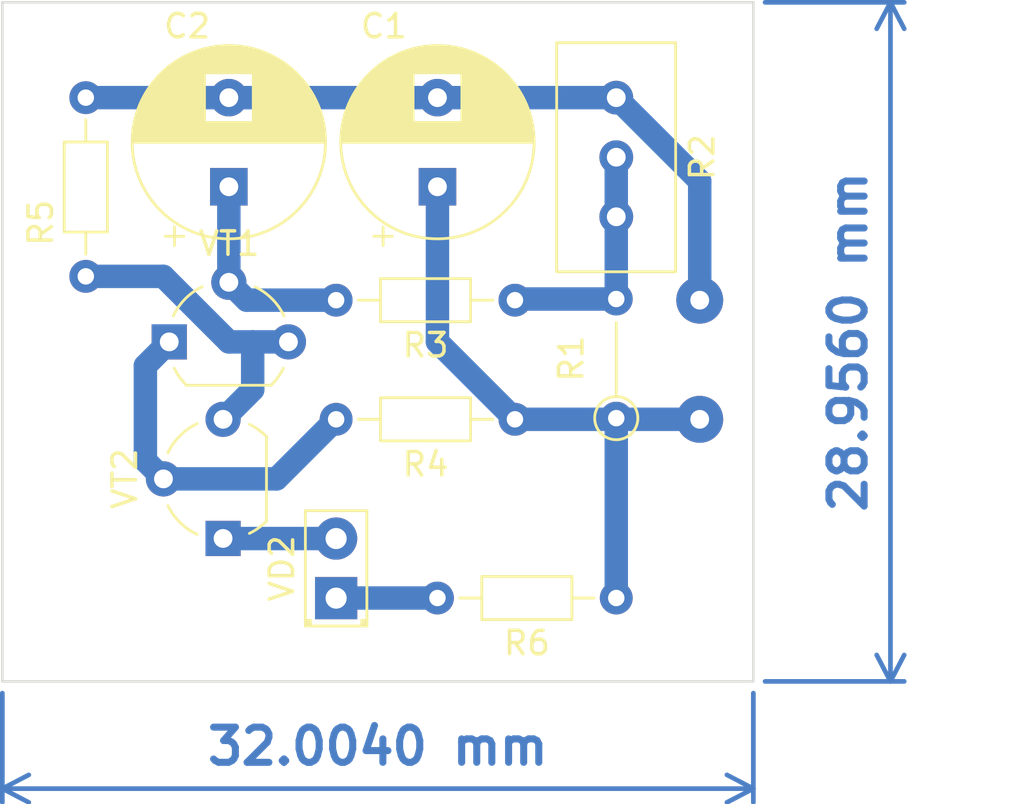
<source format=kicad_pcb>
(kicad_pcb (version 20221018) (generator pcbnew)
  (layers (0 "F.Cu" signal) (31 "B.Cu" signal) (34 "B.Paste" user) (35 "F.Paste" user) (36 "B.SilkS" user "B.Silkscreen") (37 "F.SilkS" user "F.Silkscreen") (38 "B.Mask" user) (39 "F.Mask" user) (44 "Edge.Cuts" user))
  (net 0 "")
  (net 1 "GND")
  (net 2 "+12V")
  (net 3 "Net-(VT1-B)")
  (net 4 "Net-(R1-Pad2)")
  (net 5 "Net-(VT1-C)")
  (net 6 "Net-(VT1-E)")
  (net 7 "Net-(VD2-K)")
  (net 8 "Net-(VD2-A)")
  (footprint "Resistor_THT:R_Axial_DIN0204_L3.6mm_D1.6mm_P7.62mm_Horizontal" (layer "F.Cu") (at 75.946 38.608 180)
    (fp_text reference "R6" (at 3.81 -1.92) (layer "F.SilkS"))
    (fp_text value "33")
    (fp_line (start 0.94 0) (end 1.89 0) (stroke (width 0.12)) (layer "F.SilkS"))
    (fp_line (start 1.89 -0.92) (end 1.89 0.92) (stroke (width 0.12)) (layer "F.SilkS"))
    (fp_line (start 1.89 0.92) (end 5.73 0.92) (stroke (width 0.12)) (layer "F.SilkS"))
    (fp_line (start 5.73 -0.92) (end 1.89 -0.92) (stroke (width 0.12)) (layer "F.SilkS"))
    (fp_line (start 5.73 0.92) (end 5.73 -0.92) (stroke (width 0.12)) (layer "F.SilkS"))
    (fp_line (start 6.68 0) (end 5.73 0) (stroke (width 0.12)) (layer "F.SilkS"))
    (pad "1" thru_hole circle (at 0 0 180) (size 1.4 1.4) (drill 0.7) (layers "*.Cu" "*.Mask") (net 2 "+12V"))
    (pad "2" thru_hole oval (at 7.62 0 180) (size 1.4 1.4) (drill 0.7) (layers "*.Cu" "*.Mask") (net 7 "Net-(VD2-K)"))
  )
  (footprint "Package_TO_SOT_THT:TO-92_Wide" (layer "F.Cu") (at 59.19 36.068 90)
    (fp_text reference "VT2" (at 2.55 -4.19 90) (layer "F.SilkS"))
    (fp_text value "BC549")
    (fp_line (start 0.74 1.85) (end 4.34 1.85) (stroke (width 0.12)) (layer "F.SilkS"))
    (fp_arc (start 0.172801 -1.103842) (mid 0.678995 -1.832692) (end 1.4 -2.35) (stroke (width 0.12)) (layer "F.SilkS"))
    (fp_arc (start 0.74 1.85) (mid 0.446097 1.509328) (end 0.215816 1.122795) (stroke (width 0.12)) (layer "F.SilkS"))
    (fp_arc (start 3.65 -2.35) (mid 4.382279 -1.833196) (end 4.895458 -1.098371) (stroke (width 0.12)) (layer "F.SilkS"))
    (fp_arc (start 4.864184 1.122795) (mid 4.633903 1.509328) (end 4.34 1.85) (stroke (width 0.12)) (layer "F.SilkS"))
    (pad "1" thru_hole rect (at 0 0 90) (size 1.5 1.5) (drill 0.8) (layers "*.Cu" "*.Mask") (net 8 "Net-(VD2-A)"))
    (pad "2" thru_hole circle (at 2.54 -2.54 90) (size 1.5 1.5) (drill 0.8) (layers "*.Cu" "*.Mask") (net 5 "Net-(VT1-C)"))
    (pad "3" thru_hole circle (at 5.08 0 90) (size 1.5 1.5) (drill 0.8) (layers "*.Cu" "*.Mask") (net 6 "Net-(VT1-E)"))
  )
  (footprint "Capacitor_THT:CP_Radial_D8.0mm_P3.80mm" (layer "F.Cu") (at 68.326 21.072 90)
    (fp_text reference "C1" (at 6.848 -2.286 180) (layer "F.SilkS"))
    (fp_text value "10u")
    (fp_line (start -2.509698 -2.315) (end -1.709698 -2.315) (stroke (width 0.12)) (layer "F.SilkS"))
    (fp_line (start -2.109698 -2.715) (end -2.109698 -1.915) (stroke (width 0.12)) (layer "F.SilkS"))
    (fp_line (start 1.9 -4.08) (end 1.9 4.08) (stroke (width 0.12)) (layer "F.SilkS"))
    (fp_line (start 1.94 -4.08) (end 1.94 4.08) (stroke (width 0.12)) (layer "F.SilkS"))
    (fp_line (start 1.98 -4.08) (end 1.98 4.08) (stroke (width 0.12)) (layer "F.SilkS"))
    (fp_line (start 2.02 -4.079) (end 2.02 4.079) (stroke (width 0.12)) (layer "F.SilkS"))
    (fp_line (start 2.06 -4.077) (end 2.06 4.077) (stroke (width 0.12)) (layer "F.SilkS"))
    (fp_line (start 2.1 -4.076) (end 2.1 4.076) (stroke (width 0.12)) (layer "F.SilkS"))
    (fp_line (start 2.14 -4.074) (end 2.14 4.074) (stroke (width 0.12)) (layer "F.SilkS"))
    (fp_line (start 2.18 -4.071) (end 2.18 4.071) (stroke (width 0.12)) (layer "F.SilkS"))
    (fp_line (start 2.22 -4.068) (end 2.22 4.068) (stroke (width 0.12)) (layer "F.SilkS"))
    (fp_line (start 2.26 -4.065) (end 2.26 4.065) (stroke (width 0.12)) (layer "F.SilkS"))
    (fp_line (start 2.3 -4.061) (end 2.3 4.061) (stroke (width 0.12)) (layer "F.SilkS"))
    (fp_line (start 2.34 -4.057) (end 2.34 4.057) (stroke (width 0.12)) (layer "F.SilkS"))
    (fp_line (start 2.38 -4.052) (end 2.38 4.052) (stroke (width 0.12)) (layer "F.SilkS"))
    (fp_line (start 2.42 -4.048) (end 2.42 4.048) (stroke (width 0.12)) (layer "F.SilkS"))
    (fp_line (start 2.46 -4.042) (end 2.46 4.042) (stroke (width 0.12)) (layer "F.SilkS"))
    (fp_line (start 2.5 -4.037) (end 2.5 4.037) (stroke (width 0.12)) (layer "F.SilkS"))
    (fp_line (start 2.54 -4.03) (end 2.54 4.03) (stroke (width 0.12)) (layer "F.SilkS"))
    (fp_line (start 2.58 -4.024) (end 2.58 4.024) (stroke (width 0.12)) (layer "F.SilkS"))
    (fp_line (start 2.621 -4.017) (end 2.621 4.017) (stroke (width 0.12)) (layer "F.SilkS"))
    (fp_line (start 2.661 -4.01) (end 2.661 4.01) (stroke (width 0.12)) (layer "F.SilkS"))
    (fp_line (start 2.701 -4.002) (end 2.701 4.002) (stroke (width 0.12)) (layer "F.SilkS"))
    (fp_line (start 2.741 -3.994) (end 2.741 3.994) (stroke (width 0.12)) (layer "F.SilkS"))
    (fp_line (start 2.781 -3.985) (end 2.781 -1.04) (stroke (width 0.12)) (layer "F.SilkS"))
    (fp_line (start 2.781 1.04) (end 2.781 3.985) (stroke (width 0.12)) (layer "F.SilkS"))
    (fp_line (start 2.821 -3.976) (end 2.821 -1.04) (stroke (width 0.12)) (layer "F.SilkS"))
    (fp_line (start 2.821 1.04) (end 2.821 3.976) (stroke (width 0.12)) (layer "F.SilkS"))
    (fp_line (start 2.861 -3.967) (end 2.861 -1.04) (stroke (width 0.12)) (layer "F.SilkS"))
    (fp_line (start 2.861 1.04) (end 2.861 3.967) (stroke (width 0.12)) (layer "F.SilkS"))
    (fp_line (start 2.901 -3.957) (end 2.901 -1.04) (stroke (width 0.12)) (layer "F.SilkS"))
    (fp_line (start 2.901 1.04) (end 2.901 3.957) (stroke (width 0.12)) (layer "F.SilkS"))
    (fp_line (start 2.941 -3.947) (end 2.941 -1.04) (stroke (width 0.12)) (layer "F.SilkS"))
    (fp_line (start 2.941 1.04) (end 2.941 3.947) (stroke (width 0.12)) (layer "F.SilkS"))
    (fp_line (start 2.981 -3.936) (end 2.981 -1.04) (stroke (width 0.12)) (layer "F.SilkS"))
    (fp_line (start 2.981 1.04) (end 2.981 3.936) (stroke (width 0.12)) (layer "F.SilkS"))
    (fp_line (start 3.021 -3.925) (end 3.021 -1.04) (stroke (width 0.12)) (layer "F.SilkS"))
    (fp_line (start 3.021 1.04) (end 3.021 3.925) (stroke (width 0.12)) (layer "F.SilkS"))
    (fp_line (start 3.061 -3.914) (end 3.061 -1.04) (stroke (width 0.12)) (layer "F.SilkS"))
    (fp_line (start 3.061 1.04) (end 3.061 3.914) (stroke (width 0.12)) (layer "F.SilkS"))
    (fp_line (start 3.101 -3.902) (end 3.101 -1.04) (stroke (width 0.12)) (layer "F.SilkS"))
    (fp_line (start 3.101 1.04) (end 3.101 3.902) (stroke (width 0.12)) (layer "F.SilkS"))
    (fp_line (start 3.141 -3.889) (end 3.141 -1.04) (stroke (width 0.12)) (layer "F.SilkS"))
    (fp_line (start 3.141 1.04) (end 3.141 3.889) (stroke (width 0.12)) (layer "F.SilkS"))
    (fp_line (start 3.181 -3.877) (end 3.181 -1.04) (stroke (width 0.12)) (layer "F.SilkS"))
    (fp_line (start 3.181 1.04) (end 3.181 3.877) (stroke (width 0.12)) (layer "F.SilkS"))
    (fp_line (start 3.221 -3.863) (end 3.221 -1.04) (stroke (width 0.12)) (layer "F.SilkS"))
    (fp_line (start 3.221 1.04) (end 3.221 3.863) (stroke (width 0.12)) (layer "F.SilkS"))
    (fp_line (start 3.261 -3.85) (end 3.261 -1.04) (stroke (width 0.12)) (layer "F.SilkS"))
    (fp_line (start 3.261 1.04) (end 3.261 3.85) (stroke (width 0.12)) (layer "F.SilkS"))
    (fp_line (start 3.301 -3.835) (end 3.301 -1.04) (stroke (width 0.12)) (layer "F.SilkS"))
    (fp_line (start 3.301 1.04) (end 3.301 3.835) (stroke (width 0.12)) (layer "F.SilkS"))
    (fp_line (start 3.341 -3.821) (end 3.341 -1.04) (stroke (width 0.12)) (layer "F.SilkS"))
    (fp_line (start 3.341 1.04) (end 3.341 3.821) (stroke (width 0.12)) (layer "F.SilkS"))
    (fp_line (start 3.381 -3.805) (end 3.381 -1.04) (stroke (width 0.12)) (layer "F.SilkS"))
    (fp_line (start 3.381 1.04) (end 3.381 3.805) (stroke (width 0.12)) (layer "F.SilkS"))
    (fp_line (start 3.421 -3.79) (end 3.421 -1.04) (stroke (width 0.12)) (layer "F.SilkS"))
    (fp_line (start 3.421 1.04) (end 3.421 3.79) (stroke (width 0.12)) (layer "F.SilkS"))
    (fp_line (start 3.461 -3.774) (end 3.461 -1.04) (stroke (width 0.12)) (layer "F.SilkS"))
    (fp_line (start 3.461 1.04) (end 3.461 3.774) (stroke (width 0.12)) (layer "F.SilkS"))
    (fp_line (start 3.501 -3.757) (end 3.501 -1.04) (stroke (width 0.12)) (layer "F.SilkS"))
    (fp_line (start 3.501 1.04) (end 3.501 3.757) (stroke (width 0.12)) (layer "F.SilkS"))
    (fp_line (start 3.541 -3.74) (end 3.541 -1.04) (stroke (width 0.12)) (layer "F.SilkS"))
    (fp_line (start 3.541 1.04) (end 3.541 3.74) (stroke (width 0.12)) (layer "F.SilkS"))
    (fp_line (start 3.581 -3.722) (end 3.581 -1.04) (stroke (width 0.12)) (layer "F.SilkS"))
    (fp_line (start 3.581 1.04) (end 3.581 3.722) (stroke (width 0.12)) (layer "F.SilkS"))
    (fp_line (start 3.621 -3.704) (end 3.621 -1.04) (stroke (width 0.12)) (layer "F.SilkS"))
    (fp_line (start 3.621 1.04) (end 3.621 3.704) (stroke (width 0.12)) (layer "F.SilkS"))
    (fp_line (start 3.661 -3.686) (end 3.661 -1.04) (stroke (width 0.12)) (layer "F.SilkS"))
    (fp_line (start 3.661 1.04) (end 3.661 3.686) (stroke (width 0.12)) (layer "F.SilkS"))
    (fp_line (start 3.701 -3.666) (end 3.701 -1.04) (stroke (width 0.12)) (layer "F.SilkS"))
    (fp_line (start 3.701 1.04) (end 3.701 3.666) (stroke (width 0.12)) (layer "F.SilkS"))
    (fp_line (start 3.741 -3.647) (end 3.741 -1.04) (stroke (width 0.12)) (layer "F.SilkS"))
    (fp_line (start 3.741 1.04) (end 3.741 3.647) (stroke (width 0.12)) (layer "F.SilkS"))
    (fp_line (start 3.781 -3.627) (end 3.781 -1.04) (stroke (width 0.12)) (layer "F.SilkS"))
    (fp_line (start 3.781 1.04) (end 3.781 3.627) (stroke (width 0.12)) (layer "F.SilkS"))
    (fp_line (start 3.821 -3.606) (end 3.821 -1.04) (stroke (width 0.12)) (layer "F.SilkS"))
    (fp_line (start 3.821 1.04) (end 3.821 3.606) (stroke (width 0.12)) (layer "F.SilkS"))
    (fp_line (start 3.861 -3.584) (end 3.861 -1.04) (stroke (width 0.12)) (layer "F.SilkS"))
    (fp_line (start 3.861 1.04) (end 3.861 3.584) (stroke (width 0.12)) (layer "F.SilkS"))
    (fp_line (start 3.901 -3.562) (end 3.901 -1.04) (stroke (width 0.12)) (layer "F.SilkS"))
    (fp_line (start 3.901 1.04) (end 3.901 3.562) (stroke (width 0.12)) (layer "F.SilkS"))
    (fp_line (start 3.941 -3.54) (end 3.941 -1.04) (stroke (width 0.12)) (layer "F.SilkS"))
    (fp_line (start 3.941 1.04) (end 3.941 3.54) (stroke (width 0.12)) (layer "F.SilkS"))
    (fp_line (start 3.981 -3.517) (end 3.981 -1.04) (stroke (width 0.12)) (layer "F.SilkS"))
    (fp_line (start 3.981 1.04) (end 3.981 3.517) (stroke (width 0.12)) (layer "F.SilkS"))
    (fp_line (start 4.021 -3.493) (end 4.021 -1.04) (stroke (width 0.12)) (layer "F.SilkS"))
    (fp_line (start 4.021 1.04) (end 4.021 3.493) (stroke (width 0.12)) (layer "F.SilkS"))
    (fp_line (start 4.061 -3.469) (end 4.061 -1.04) (stroke (width 0.12)) (layer "F.SilkS"))
    (fp_line (start 4.061 1.04) (end 4.061 3.469) (stroke (width 0.12)) (layer "F.SilkS"))
    (fp_line (start 4.101 -3.444) (end 4.101 -1.04) (stroke (width 0.12)) (layer "F.SilkS"))
    (fp_line (start 4.101 1.04) (end 4.101 3.444) (stroke (width 0.12)) (layer "F.SilkS"))
    (fp_line (start 4.141 -3.418) (end 4.141 -1.04) (stroke (width 0.12)) (layer "F.SilkS"))
    (fp_line (start 4.141 1.04) (end 4.141 3.418) (stroke (width 0.12)) (layer "F.SilkS"))
    (fp_line (start 4.181 -3.392) (end 4.181 -1.04) (stroke (width 0.12)) (layer "F.SilkS"))
    (fp_line (start 4.181 1.04) (end 4.181 3.392) (stroke (width 0.12)) (layer "F.SilkS"))
    (fp_line (start 4.221 -3.365) (end 4.221 -1.04) (stroke (width 0.12)) (layer "F.SilkS"))
    (fp_line (start 4.221 1.04) (end 4.221 3.365) (stroke (width 0.12)) (layer "F.SilkS"))
    (fp_line (start 4.261 -3.338) (end 4.261 -1.04) (stroke (width 0.12)) (layer "F.SilkS"))
    (fp_line (start 4.261 1.04) (end 4.261 3.338) (stroke (width 0.12)) (layer "F.SilkS"))
    (fp_line (start 4.301 -3.309) (end 4.301 -1.04) (stroke (width 0.12)) (layer "F.SilkS"))
    (fp_line (start 4.301 1.04) (end 4.301 3.309) (stroke (width 0.12)) (layer "F.SilkS"))
    (fp_line (start 4.341 -3.28) (end 4.341 -1.04) (stroke (width 0.12)) (layer "F.SilkS"))
    (fp_line (start 4.341 1.04) (end 4.341 3.28) (stroke (width 0.12)) (layer "F.SilkS"))
    (fp_line (start 4.381 -3.25) (end 4.381 -1.04) (stroke (width 0.12)) (layer "F.SilkS"))
    (fp_line (start 4.381 1.04) (end 4.381 3.25) (stroke (width 0.12)) (layer "F.SilkS"))
    (fp_line (start 4.421 -3.22) (end 4.421 -1.04) (stroke (width 0.12)) (layer "F.SilkS"))
    (fp_line (start 4.421 1.04) (end 4.421 3.22) (stroke (width 0.12)) (layer "F.SilkS"))
    (fp_line (start 4.461 -3.189) (end 4.461 -1.04) (stroke (width 0.12)) (layer "F.SilkS"))
    (fp_line (start 4.461 1.04) (end 4.461 3.189) (stroke (width 0.12)) (layer "F.SilkS"))
    (fp_line (start 4.501 -3.156) (end 4.501 -1.04) (stroke (width 0.12)) (layer "F.SilkS"))
    (fp_line (start 4.501 1.04) (end 4.501 3.156) (stroke (width 0.12)) (layer "F.SilkS"))
    (fp_line (start 4.541 -3.124) (end 4.541 -1.04) (stroke (width 0.12)) (layer "F.SilkS"))
    (fp_line (start 4.541 1.04) (end 4.541 3.124) (stroke (width 0.12)) (layer "F.SilkS"))
    (fp_line (start 4.581 -3.09) (end 4.581 -1.04) (stroke (width 0.12)) (layer "F.SilkS"))
    (fp_line (start 4.581 1.04) (end 4.581 3.09) (stroke (width 0.12)) (layer "F.SilkS"))
    (fp_line (start 4.621 -3.055) (end 4.621 -1.04) (stroke (width 0.12)) (layer "F.SilkS"))
    (fp_line (start 4.621 1.04) (end 4.621 3.055) (stroke (width 0.12)) (layer "F.SilkS"))
    (fp_line (start 4.661 -3.019) (end 4.661 -1.04) (stroke (width 0.12)) (layer "F.SilkS"))
    (fp_line (start 4.661 1.04) (end 4.661 3.019) (stroke (width 0.12)) (layer "F.SilkS"))
    (fp_line (start 4.701 -2.983) (end 4.701 -1.04) (stroke (width 0.12)) (layer "F.SilkS"))
    (fp_line (start 4.701 1.04) (end 4.701 2.983) (stroke (width 0.12)) (layer "F.SilkS"))
    (fp_line (start 4.741 -2.945) (end 4.741 -1.04) (stroke (width 0.12)) (layer "F.SilkS"))
    (fp_line (start 4.741 1.04) (end 4.741 2.945) (stroke (width 0.12)) (layer "F.SilkS"))
    (fp_line (start 4.781 -2.907) (end 4.781 -1.04) (stroke (width 0.12)) (layer "F.SilkS"))
    (fp_line (start 4.781 1.04) (end 4.781 2.907) (stroke (width 0.12)) (layer "F.SilkS"))
    (fp_line (start 4.821 -2.867) (end 4.821 -1.04) (stroke (width 0.12)) (layer "F.SilkS"))
    (fp_line (start 4.821 1.04) (end 4.821 2.867) (stroke (width 0.12)) (layer "F.SilkS"))
    (fp_line (start 4.861 -2.826) (end 4.861 2.826) (stroke (width 0.12)) (layer "F.SilkS"))
    (fp_line (start 4.901 -2.784) (end 4.901 2.784) (stroke (width 0.12)) (layer "F.SilkS"))
    (fp_line (start 4.941 -2.741) (end 4.941 2.741) (stroke (width 0.12)) (layer "F.SilkS"))
    (fp_line (start 4.981 -2.697) (end 4.981 2.697) (stroke (width 0.12)) (layer "F.SilkS"))
    (fp_line (start 5.021 -2.651) (end 5.021 2.651) (stroke (width 0.12)) (layer "F.SilkS"))
    (fp_line (start 5.061 -2.604) (end 5.061 2.604) (stroke (width 0.12)) (layer "F.SilkS"))
    (fp_line (start 5.101 -2.556) (end 5.101 2.556) (stroke (width 0.12)) (layer "F.SilkS"))
    (fp_line (start 5.141 -2.505) (end 5.141 2.505) (stroke (width 0.12)) (layer "F.SilkS"))
    (fp_line (start 5.181 -2.454) (end 5.181 2.454) (stroke (width 0.12)) (layer "F.SilkS"))
    (fp_line (start 5.221 -2.4) (end 5.221 2.4) (stroke (width 0.12)) (layer "F.SilkS"))
    (fp_line (start 5.261 -2.345) (end 5.261 2.345) (stroke (width 0.12)) (layer "F.SilkS"))
    (fp_line (start 5.301 -2.287) (end 5.301 2.287) (stroke (width 0.12)) (layer "F.SilkS"))
    (fp_line (start 5.341 -2.228) (end 5.341 2.228) (stroke (width 0.12)) (layer "F.SilkS"))
    (fp_line (start 5.381 -2.166) (end 5.381 2.166) (stroke (width 0.12)) (layer "F.SilkS"))
    (fp_line (start 5.421 -2.102) (end 5.421 2.102) (stroke (width 0.12)) (layer "F.SilkS"))
    (fp_line (start 5.461 -2.034) (end 5.461 2.034) (stroke (width 0.12)) (layer "F.SilkS"))
    (fp_line (start 5.501 -1.964) (end 5.501 1.964) (stroke (width 0.12)) (layer "F.SilkS"))
    (fp_line (start 5.541 -1.89) (end 5.541 1.89) (stroke (width 0.12)) (layer "F.SilkS"))
    (fp_line (start 5.581 -1.813) (end 5.581 1.813) (stroke (width 0.12)) (layer "F.SilkS"))
    (fp_line (start 5.621 -1.731) (end 5.621 1.731) (stroke (width 0.12)) (layer "F.SilkS"))
    (fp_line (start 5.661 -1.645) (end 5.661 1.645) (stroke (width 0.12)) (layer "F.SilkS"))
    (fp_line (start 5.701 -1.552) (end 5.701 1.552) (stroke (width 0.12)) (layer "F.SilkS"))
    (fp_line (start 5.741 -1.453) (end 5.741 1.453) (stroke (width 0.12)) (layer "F.SilkS"))
    (fp_line (start 5.781 -1.346) (end 5.781 1.346) (stroke (width 0.12)) (layer "F.SilkS"))
    (fp_line (start 5.821 -1.229) (end 5.821 1.229) (stroke (width 0.12)) (layer "F.SilkS"))
    (fp_line (start 5.861 -1.098) (end 5.861 1.098) (stroke (width 0.12)) (layer "F.SilkS"))
    (fp_line (start 5.901 -0.948) (end 5.901 0.948) (stroke (width 0.12)) (layer "F.SilkS"))
    (fp_line (start 5.941 -0.768) (end 5.941 0.768) (stroke (width 0.12)) (layer "F.SilkS"))
    (fp_line (start 5.981 -0.533) (end 5.981 0.533) (stroke (width 0.12)) (layer "F.SilkS"))
    (fp_circle (center 1.9 0) (end 6.02 0) (stroke (width 0.12)) (fill none) (layer "F.SilkS"))
    (pad "1" thru_hole rect (at 0 0 90) (size 1.6 1.6) (drill 0.8) (layers "*.Cu" "*.Mask") (net 2 "+12V"))
    (pad "2" thru_hole circle (at 3.8 0 90) (size 1.6 1.6) (drill 0.8) (layers "*.Cu" "*.Mask") (net 1 "GND"))
  )
  (footprint "Resistor_THT:R_Axial_DIN0204_L3.6mm_D1.6mm_P7.62mm_Horizontal" (layer "F.Cu") (at 71.628 30.988 180)
    (fp_text reference "R4" (at 3.81 -1.92) (layer "F.SilkS"))
    (fp_text value "3,3k")
    (fp_line (start 0.94 0) (end 1.89 0) (stroke (width 0.12)) (layer "F.SilkS"))
    (fp_line (start 1.89 -0.92) (end 1.89 0.92) (stroke (width 0.12)) (layer "F.SilkS"))
    (fp_line (start 1.89 0.92) (end 5.73 0.92) (stroke (width 0.12)) (layer "F.SilkS"))
    (fp_line (start 5.73 -0.92) (end 1.89 -0.92) (stroke (width 0.12)) (layer "F.SilkS"))
    (fp_line (start 5.73 0.92) (end 5.73 -0.92) (stroke (width 0.12)) (layer "F.SilkS"))
    (fp_line (start 6.68 0) (end 5.73 0) (stroke (width 0.12)) (layer "F.SilkS"))
    (pad "1" thru_hole circle (at 0 0 180) (size 1.4 1.4) (drill 0.7) (layers "*.Cu" "*.Mask") (net 2 "+12V"))
    (pad "2" thru_hole oval (at 7.62 0 180) (size 1.4 1.4) (drill 0.7) (layers "*.Cu" "*.Mask") (net 5 "Net-(VT1-C)"))
  )
  (footprint "Resistor_THT:R_Axial_DIN0204_L3.6mm_D1.6mm_P7.62mm_Horizontal" (layer "F.Cu") (at 71.628 25.908 180)
    (fp_text reference "R3" (at 3.81 -1.92) (layer "F.SilkS"))
    (fp_text value "4,7k")
    (fp_line (start 0.94 0) (end 1.89 0) (stroke (width 0.12)) (layer "F.SilkS"))
    (fp_line (start 1.89 -0.92) (end 1.89 0.92) (stroke (width 0.12)) (layer "F.SilkS"))
    (fp_line (start 1.89 0.92) (end 5.73 0.92) (stroke (width 0.12)) (layer "F.SilkS"))
    (fp_line (start 5.73 -0.92) (end 1.89 -0.92) (stroke (width 0.12)) (layer "F.SilkS"))
    (fp_line (start 5.73 0.92) (end 5.73 -0.92) (stroke (width 0.12)) (layer "F.SilkS"))
    (fp_line (start 6.68 0) (end 5.73 0) (stroke (width 0.12)) (layer "F.SilkS"))
    (pad "1" thru_hole circle (at 0 0 180) (size 1.4 1.4) (drill 0.7) (layers "*.Cu" "*.Mask") (net 4 "Net-(R1-Pad2)"))
    (pad "2" thru_hole oval (at 7.62 0 180) (size 1.4 1.4) (drill 0.7) (layers "*.Cu" "*.Mask") (net 3 "Net-(VT1-B)"))
  )
  (footprint "Capacitor_THT:CP_Radial_D8.0mm_P3.80mm" (layer "F.Cu") (at 59.436 21.072 90)
    (fp_text reference "C2" (at 6.848 -1.778 180) (layer "F.SilkS"))
    (fp_text value "10u")
    (fp_line (start -2.509698 -2.315) (end -1.709698 -2.315) (stroke (width 0.12)) (layer "F.SilkS"))
    (fp_line (start -2.109698 -2.715) (end -2.109698 -1.915) (stroke (width 0.12)) (layer "F.SilkS"))
    (fp_line (start 1.9 -4.08) (end 1.9 4.08) (stroke (width 0.12)) (layer "F.SilkS"))
    (fp_line (start 1.94 -4.08) (end 1.94 4.08) (stroke (width 0.12)) (layer "F.SilkS"))
    (fp_line (start 1.98 -4.08) (end 1.98 4.08) (stroke (width 0.12)) (layer "F.SilkS"))
    (fp_line (start 2.02 -4.079) (end 2.02 4.079) (stroke (width 0.12)) (layer "F.SilkS"))
    (fp_line (start 2.06 -4.077) (end 2.06 4.077) (stroke (width 0.12)) (layer "F.SilkS"))
    (fp_line (start 2.1 -4.076) (end 2.1 4.076) (stroke (width 0.12)) (layer "F.SilkS"))
    (fp_line (start 2.14 -4.074) (end 2.14 4.074) (stroke (width 0.12)) (layer "F.SilkS"))
    (fp_line (start 2.18 -4.071) (end 2.18 4.071) (stroke (width 0.12)) (layer "F.SilkS"))
    (fp_line (start 2.22 -4.068) (end 2.22 4.068) (stroke (width 0.12)) (layer "F.SilkS"))
    (fp_line (start 2.26 -4.065) (end 2.26 4.065) (stroke (width 0.12)) (layer "F.SilkS"))
    (fp_line (start 2.3 -4.061) (end 2.3 4.061) (stroke (width 0.12)) (layer "F.SilkS"))
    (fp_line (start 2.34 -4.057) (end 2.34 4.057) (stroke (width 0.12)) (layer "F.SilkS"))
    (fp_line (start 2.38 -4.052) (end 2.38 4.052) (stroke (width 0.12)) (layer "F.SilkS"))
    (fp_line (start 2.42 -4.048) (end 2.42 4.048) (stroke (width 0.12)) (layer "F.SilkS"))
    (fp_line (start 2.46 -4.042) (end 2.46 4.042) (stroke (width 0.12)) (layer "F.SilkS"))
    (fp_line (start 2.5 -4.037) (end 2.5 4.037) (stroke (width 0.12)) (layer "F.SilkS"))
    (fp_line (start 2.54 -4.03) (end 2.54 4.03) (stroke (width 0.12)) (layer "F.SilkS"))
    (fp_line (start 2.58 -4.024) (end 2.58 4.024) (stroke (width 0.12)) (layer "F.SilkS"))
    (fp_line (start 2.621 -4.017) (end 2.621 4.017) (stroke (width 0.12)) (layer "F.SilkS"))
    (fp_line (start 2.661 -4.01) (end 2.661 4.01) (stroke (width 0.12)) (layer "F.SilkS"))
    (fp_line (start 2.701 -4.002) (end 2.701 4.002) (stroke (width 0.12)) (layer "F.SilkS"))
    (fp_line (start 2.741 -3.994) (end 2.741 3.994) (stroke (width 0.12)) (layer "F.SilkS"))
    (fp_line (start 2.781 -3.985) (end 2.781 -1.04) (stroke (width 0.12)) (layer "F.SilkS"))
    (fp_line (start 2.781 1.04) (end 2.781 3.985) (stroke (width 0.12)) (layer "F.SilkS"))
    (fp_line (start 2.821 -3.976) (end 2.821 -1.04) (stroke (width 0.12)) (layer "F.SilkS"))
    (fp_line (start 2.821 1.04) (end 2.821 3.976) (stroke (width 0.12)) (layer "F.SilkS"))
    (fp_line (start 2.861 -3.967) (end 2.861 -1.04) (stroke (width 0.12)) (layer "F.SilkS"))
    (fp_line (start 2.861 1.04) (end 2.861 3.967) (stroke (width 0.12)) (layer "F.SilkS"))
    (fp_line (start 2.901 -3.957) (end 2.901 -1.04) (stroke (width 0.12)) (layer "F.SilkS"))
    (fp_line (start 2.901 1.04) (end 2.901 3.957) (stroke (width 0.12)) (layer "F.SilkS"))
    (fp_line (start 2.941 -3.947) (end 2.941 -1.04) (stroke (width 0.12)) (layer "F.SilkS"))
    (fp_line (start 2.941 1.04) (end 2.941 3.947) (stroke (width 0.12)) (layer "F.SilkS"))
    (fp_line (start 2.981 -3.936) (end 2.981 -1.04) (stroke (width 0.12)) (layer "F.SilkS"))
    (fp_line (start 2.981 1.04) (end 2.981 3.936) (stroke (width 0.12)) (layer "F.SilkS"))
    (fp_line (start 3.021 -3.925) (end 3.021 -1.04) (stroke (width 0.12)) (layer "F.SilkS"))
    (fp_line (start 3.021 1.04) (end 3.021 3.925) (stroke (width 0.12)) (layer "F.SilkS"))
    (fp_line (start 3.061 -3.914) (end 3.061 -1.04) (stroke (width 0.12)) (layer "F.SilkS"))
    (fp_line (start 3.061 1.04) (end 3.061 3.914) (stroke (width 0.12)) (layer "F.SilkS"))
    (fp_line (start 3.101 -3.902) (end 3.101 -1.04) (stroke (width 0.12)) (layer "F.SilkS"))
    (fp_line (start 3.101 1.04) (end 3.101 3.902) (stroke (width 0.12)) (layer "F.SilkS"))
    (fp_line (start 3.141 -3.889) (end 3.141 -1.04) (stroke (width 0.12)) (layer "F.SilkS"))
    (fp_line (start 3.141 1.04) (end 3.141 3.889) (stroke (width 0.12)) (layer "F.SilkS"))
    (fp_line (start 3.181 -3.877) (end 3.181 -1.04) (stroke (width 0.12)) (layer "F.SilkS"))
    (fp_line (start 3.181 1.04) (end 3.181 3.877) (stroke (width 0.12)) (layer "F.SilkS"))
    (fp_line (start 3.221 -3.863) (end 3.221 -1.04) (stroke (width 0.12)) (layer "F.SilkS"))
    (fp_line (start 3.221 1.04) (end 3.221 3.863) (stroke (width 0.12)) (layer "F.SilkS"))
    (fp_line (start 3.261 -3.85) (end 3.261 -1.04) (stroke (width 0.12)) (layer "F.SilkS"))
    (fp_line (start 3.261 1.04) (end 3.261 3.85) (stroke (width 0.12)) (layer "F.SilkS"))
    (fp_line (start 3.301 -3.835) (end 3.301 -1.04) (stroke (width 0.12)) (layer "F.SilkS"))
    (fp_line (start 3.301 1.04) (end 3.301 3.835) (stroke (width 0.12)) (layer "F.SilkS"))
    (fp_line (start 3.341 -3.821) (end 3.341 -1.04) (stroke (width 0.12)) (layer "F.SilkS"))
    (fp_line (start 3.341 1.04) (end 3.341 3.821) (stroke (width 0.12)) (layer "F.SilkS"))
    (fp_line (start 3.381 -3.805) (end 3.381 -1.04) (stroke (width 0.12)) (layer "F.SilkS"))
    (fp_line (start 3.381 1.04) (end 3.381 3.805) (stroke (width 0.12)) (layer "F.SilkS"))
    (fp_line (start 3.421 -3.79) (end 3.421 -1.04) (stroke (width 0.12)) (layer "F.SilkS"))
    (fp_line (start 3.421 1.04) (end 3.421 3.79) (stroke (width 0.12)) (layer "F.SilkS"))
    (fp_line (start 3.461 -3.774) (end 3.461 -1.04) (stroke (width 0.12)) (layer "F.SilkS"))
    (fp_line (start 3.461 1.04) (end 3.461 3.774) (stroke (width 0.12)) (layer "F.SilkS"))
    (fp_line (start 3.501 -3.757) (end 3.501 -1.04) (stroke (width 0.12)) (layer "F.SilkS"))
    (fp_line (start 3.501 1.04) (end 3.501 3.757) (stroke (width 0.12)) (layer "F.SilkS"))
    (fp_line (start 3.541 -3.74) (end 3.541 -1.04) (stroke (width 0.12)) (layer "F.SilkS"))
    (fp_line (start 3.541 1.04) (end 3.541 3.74) (stroke (width 0.12)) (layer "F.SilkS"))
    (fp_line (start 3.581 -3.722) (end 3.581 -1.04) (stroke (width 0.12)) (layer "F.SilkS"))
    (fp_line (start 3.581 1.04) (end 3.581 3.722) (stroke (width 0.12)) (layer "F.SilkS"))
    (fp_line (start 3.621 -3.704) (end 3.621 -1.04) (stroke (width 0.12)) (layer "F.SilkS"))
    (fp_line (start 3.621 1.04) (end 3.621 3.704) (stroke (width 0.12)) (layer "F.SilkS"))
    (fp_line (start 3.661 -3.686) (end 3.661 -1.04) (stroke (width 0.12)) (layer "F.SilkS"))
    (fp_line (start 3.661 1.04) (end 3.661 3.686) (stroke (width 0.12)) (layer "F.SilkS"))
    (fp_line (start 3.701 -3.666) (end 3.701 -1.04) (stroke (width 0.12)) (layer "F.SilkS"))
    (fp_line (start 3.701 1.04) (end 3.701 3.666) (stroke (width 0.12)) (layer "F.SilkS"))
    (fp_line (start 3.741 -3.647) (end 3.741 -1.04) (stroke (width 0.12)) (layer "F.SilkS"))
    (fp_line (start 3.741 1.04) (end 3.741 3.647) (stroke (width 0.12)) (layer "F.SilkS"))
    (fp_line (start 3.781 -3.627) (end 3.781 -1.04) (stroke (width 0.12)) (layer "F.SilkS"))
    (fp_line (start 3.781 1.04) (end 3.781 3.627) (stroke (width 0.12)) (layer "F.SilkS"))
    (fp_line (start 3.821 -3.606) (end 3.821 -1.04) (stroke (width 0.12)) (layer "F.SilkS"))
    (fp_line (start 3.821 1.04) (end 3.821 3.606) (stroke (width 0.12)) (layer "F.SilkS"))
    (fp_line (start 3.861 -3.584) (end 3.861 -1.04) (stroke (width 0.12)) (layer "F.SilkS"))
    (fp_line (start 3.861 1.04) (end 3.861 3.584) (stroke (width 0.12)) (layer "F.SilkS"))
    (fp_line (start 3.901 -3.562) (end 3.901 -1.04) (stroke (width 0.12)) (layer "F.SilkS"))
    (fp_line (start 3.901 1.04) (end 3.901 3.562) (stroke (width 0.12)) (layer "F.SilkS"))
    (fp_line (start 3.941 -3.54) (end 3.941 -1.04) (stroke (width 0.12)) (layer "F.SilkS"))
    (fp_line (start 3.941 1.04) (end 3.941 3.54) (stroke (width 0.12)) (layer "F.SilkS"))
    (fp_line (start 3.981 -3.517) (end 3.981 -1.04) (stroke (width 0.12)) (layer "F.SilkS"))
    (fp_line (start 3.981 1.04) (end 3.981 3.517) (stroke (width 0.12)) (layer "F.SilkS"))
    (fp_line (start 4.021 -3.493) (end 4.021 -1.04) (stroke (width 0.12)) (layer "F.SilkS"))
    (fp_line (start 4.021 1.04) (end 4.021 3.493) (stroke (width 0.12)) (layer "F.SilkS"))
    (fp_line (start 4.061 -3.469) (end 4.061 -1.04) (stroke (width 0.12)) (layer "F.SilkS"))
    (fp_line (start 4.061 1.04) (end 4.061 3.469) (stroke (width 0.12)) (layer "F.SilkS"))
    (fp_line (start 4.101 -3.444) (end 4.101 -1.04) (stroke (width 0.12)) (layer "F.SilkS"))
    (fp_line (start 4.101 1.04) (end 4.101 3.444) (stroke (width 0.12)) (layer "F.SilkS"))
    (fp_line (start 4.141 -3.418) (end 4.141 -1.04) (stroke (width 0.12)) (layer "F.SilkS"))
    (fp_line (start 4.141 1.04) (end 4.141 3.418) (stroke (width 0.12)) (layer "F.SilkS"))
    (fp_line (start 4.181 -3.392) (end 4.181 -1.04) (stroke (width 0.12)) (layer "F.SilkS"))
    (fp_line (start 4.181 1.04) (end 4.181 3.392) (stroke (width 0.12)) (layer "F.SilkS"))
    (fp_line (start 4.221 -3.365) (end 4.221 -1.04) (stroke (width 0.12)) (layer "F.SilkS"))
    (fp_line (start 4.221 1.04) (end 4.221 3.365) (stroke (width 0.12)) (layer "F.SilkS"))
    (fp_line (start 4.261 -3.338) (end 4.261 -1.04) (stroke (width 0.12)) (layer "F.SilkS"))
    (fp_line (start 4.261 1.04) (end 4.261 3.338) (stroke (width 0.12)) (layer "F.SilkS"))
    (fp_line (start 4.301 -3.309) (end 4.301 -1.04) (stroke (width 0.12)) (layer "F.SilkS"))
    (fp_line (start 4.301 1.04) (end 4.301 3.309) (stroke (width 0.12)) (layer "F.SilkS"))
    (fp_line (start 4.341 -3.28) (end 4.341 -1.04) (stroke (width 0.12)) (layer "F.SilkS"))
    (fp_line (start 4.341 1.04) (end 4.341 3.28) (stroke (width 0.12)) (layer "F.SilkS"))
    (fp_line (start 4.381 -3.25) (end 4.381 -1.04) (stroke (width 0.12)) (layer "F.SilkS"))
    (fp_line (start 4.381 1.04) (end 4.381 3.25) (stroke (width 0.12)) (layer "F.SilkS"))
    (fp_line (start 4.421 -3.22) (end 4.421 -1.04) (stroke (width 0.12)) (layer "F.SilkS"))
    (fp_line (start 4.421 1.04) (end 4.421 3.22) (stroke (width 0.12)) (layer "F.SilkS"))
    (fp_line (start 4.461 -3.189) (end 4.461 -1.04) (stroke (width 0.12)) (layer "F.SilkS"))
    (fp_line (start 4.461 1.04) (end 4.461 3.189) (stroke (width 0.12)) (layer "F.SilkS"))
    (fp_line (start 4.501 -3.156) (end 4.501 -1.04) (stroke (width 0.12)) (layer "F.SilkS"))
    (fp_line (start 4.501 1.04) (end 4.501 3.156) (stroke (width 0.12)) (layer "F.SilkS"))
    (fp_line (start 4.541 -3.124) (end 4.541 -1.04) (stroke (width 0.12)) (layer "F.SilkS"))
    (fp_line (start 4.541 1.04) (end 4.541 3.124) (stroke (width 0.12)) (layer "F.SilkS"))
    (fp_line (start 4.581 -3.09) (end 4.581 -1.04) (stroke (width 0.12)) (layer "F.SilkS"))
    (fp_line (start 4.581 1.04) (end 4.581 3.09) (stroke (width 0.12)) (layer "F.SilkS"))
    (fp_line (start 4.621 -3.055) (end 4.621 -1.04) (stroke (width 0.12)) (layer "F.SilkS"))
    (fp_line (start 4.621 1.04) (end 4.621 3.055) (stroke (width 0.12)) (layer "F.SilkS"))
    (fp_line (start 4.661 -3.019) (end 4.661 -1.04) (stroke (width 0.12)) (layer "F.SilkS"))
    (fp_line (start 4.661 1.04) (end 4.661 3.019) (stroke (width 0.12)) (layer "F.SilkS"))
    (fp_line (start 4.701 -2.983) (end 4.701 -1.04) (stroke (width 0.12)) (layer "F.SilkS"))
    (fp_line (start 4.701 1.04) (end 4.701 2.983) (stroke (width 0.12)) (layer "F.SilkS"))
    (fp_line (start 4.741 -2.945) (end 4.741 -1.04) (stroke (width 0.12)) (layer "F.SilkS"))
    (fp_line (start 4.741 1.04) (end 4.741 2.945) (stroke (width 0.12)) (layer "F.SilkS"))
    (fp_line (start 4.781 -2.907) (end 4.781 -1.04) (stroke (width 0.12)) (layer "F.SilkS"))
    (fp_line (start 4.781 1.04) (end 4.781 2.907) (stroke (width 0.12)) (layer "F.SilkS"))
    (fp_line (start 4.821 -2.867) (end 4.821 -1.04) (stroke (width 0.12)) (layer "F.SilkS"))
    (fp_line (start 4.821 1.04) (end 4.821 2.867) (stroke (width 0.12)) (layer "F.SilkS"))
    (fp_line (start 4.861 -2.826) (end 4.861 2.826) (stroke (width 0.12)) (layer "F.SilkS"))
    (fp_line (start 4.901 -2.784) (end 4.901 2.784) (stroke (width 0.12)) (layer "F.SilkS"))
    (fp_line (start 4.941 -2.741) (end 4.941 2.741) (stroke (width 0.12)) (layer "F.SilkS"))
    (fp_line (start 4.981 -2.697) (end 4.981 2.697) (stroke (width 0.12)) (layer "F.SilkS"))
    (fp_line (start 5.021 -2.651) (end 5.021 2.651) (stroke (width 0.12)) (layer "F.SilkS"))
    (fp_line (start 5.061 -2.604) (end 5.061 2.604) (stroke (width 0.12)) (layer "F.SilkS"))
    (fp_line (start 5.101 -2.556) (end 5.101 2.556) (stroke (width 0.12)) (layer "F.SilkS"))
    (fp_line (start 5.141 -2.505) (end 5.141 2.505) (stroke (width 0.12)) (layer "F.SilkS"))
    (fp_line (start 5.181 -2.454) (end 5.181 2.454) (stroke (width 0.12)) (layer "F.SilkS"))
    (fp_line (start 5.221 -2.4) (end 5.221 2.4) (stroke (width 0.12)) (layer "F.SilkS"))
    (fp_line (start 5.261 -2.345) (end 5.261 2.345) (stroke (width 0.12)) (layer "F.SilkS"))
    (fp_line (start 5.301 -2.287) (end 5.301 2.287) (stroke (width 0.12)) (layer "F.SilkS"))
    (fp_line (start 5.341 -2.228) (end 5.341 2.228) (stroke (width 0.12)) (layer "F.SilkS"))
    (fp_line (start 5.381 -2.166) (end 5.381 2.166) (stroke (width 0.12)) (layer "F.SilkS"))
    (fp_line (start 5.421 -2.102) (end 5.421 2.102) (stroke (width 0.12)) (layer "F.SilkS"))
    (fp_line (start 5.461 -2.034) (end 5.461 2.034) (stroke (width 0.12)) (layer "F.SilkS"))
    (fp_line (start 5.501 -1.964) (end 5.501 1.964) (stroke (width 0.12)) (layer "F.SilkS"))
    (fp_line (start 5.541 -1.89) (end 5.541 1.89) (stroke (width 0.12)) (layer "F.SilkS"))
    (fp_line (start 5.581 -1.813) (end 5.581 1.813) (stroke (width 0.12)) (layer "F.SilkS"))
    (fp_line (start 5.621 -1.731) (end 5.621 1.731) (stroke (width 0.12)) (layer "F.SilkS"))
    (fp_line (start 5.661 -1.645) (end 5.661 1.645) (stroke (width 0.12)) (layer "F.SilkS"))
    (fp_line (start 5.701 -1.552) (end 5.701 1.552) (stroke (width 0.12)) (layer "F.SilkS"))
    (fp_line (start 5.741 -1.453) (end 5.741 1.453) (stroke (width 0.12)) (layer "F.SilkS"))
    (fp_line (start 5.781 -1.346) (end 5.781 1.346) (stroke (width 0.12)) (layer "F.SilkS"))
    (fp_line (start 5.821 -1.229) (end 5.821 1.229) (stroke (width 0.12)) (layer "F.SilkS"))
    (fp_line (start 5.861 -1.098) (end 5.861 1.098) (stroke (width 0.12)) (layer "F.SilkS"))
    (fp_line (start 5.901 -0.948) (end 5.901 0.948) (stroke (width 0.12)) (layer "F.SilkS"))
    (fp_line (start 5.941 -0.768) (end 5.941 0.768) (stroke (width 0.12)) (layer "F.SilkS"))
    (fp_line (start 5.981 -0.533) (end 5.981 0.533) (stroke (width 0.12)) (layer "F.SilkS"))
    (fp_circle (center 1.9 0) (end 6.02 0) (stroke (width 0.12)) (fill none) (layer "F.SilkS"))
    (pad "1" thru_hole rect (at 0 0 90) (size 1.6 1.6) (drill 0.8) (layers "*.Cu" "*.Mask") (net 3 "Net-(VT1-B)"))
    (pad "2" thru_hole circle (at 3.8 0 90) (size 1.6 1.6) (drill 0.8) (layers "*.Cu" "*.Mask") (net 1 "GND"))
  )
  (footprint "Resistor_THT:R_Axial_DIN0204_L3.6mm_D1.6mm_P7.62mm_Horizontal" (layer "F.Cu") (at 53.34 24.892 90)
    (fp_text reference "R5" (at 2.286 -1.92 90) (layer "F.SilkS"))
    (fp_text value "33")
    (fp_line (start 0.94 0) (end 1.89 0) (stroke (width 0.12)) (layer "F.SilkS"))
    (fp_line (start 1.89 -0.92) (end 1.89 0.92) (stroke (width 0.12)) (layer "F.SilkS"))
    (fp_line (start 1.89 0.92) (end 5.73 0.92) (stroke (width 0.12)) (layer "F.SilkS"))
    (fp_line (start 5.73 -0.92) (end 1.89 -0.92) (stroke (width 0.12)) (layer "F.SilkS"))
    (fp_line (start 5.73 0.92) (end 5.73 -0.92) (stroke (width 0.12)) (layer "F.SilkS"))
    (fp_line (start 6.68 0) (end 5.73 0) (stroke (width 0.12)) (layer "F.SilkS"))
    (pad "1" thru_hole circle (at 0 0 90) (size 1.4 1.4) (drill 0.7) (layers "*.Cu" "*.Mask") (net 6 "Net-(VT1-E)"))
    (pad "2" thru_hole oval (at 7.62 0 90) (size 1.4 1.4) (drill 0.7) (layers "*.Cu" "*.Mask") (net 1 "GND"))
  )
  (footprint "Package_TO_SOT_THT:TO-92_Wide" (layer "F.Cu") (at 56.896 27.686)
    (fp_text reference "VT1" (at 2.55 -4.19) (layer "F.SilkS"))
    (fp_text value "BC549")
    (fp_line (start 0.74 1.85) (end 4.34 1.85) (stroke (width 0.12)) (layer "F.SilkS"))
    (fp_arc (start 0.172801 -1.103842) (mid 0.678995 -1.832692) (end 1.4 -2.35) (stroke (width 0.12)) (layer "F.SilkS"))
    (fp_arc (start 0.74 1.85) (mid 0.446097 1.509328) (end 0.215816 1.122795) (stroke (width 0.12)) (layer "F.SilkS"))
    (fp_arc (start 3.65 -2.35) (mid 4.382279 -1.833196) (end 4.895458 -1.098371) (stroke (width 0.12)) (layer "F.SilkS"))
    (fp_arc (start 4.864184 1.122795) (mid 4.633903 1.509328) (end 4.34 1.85) (stroke (width 0.12)) (layer "F.SilkS"))
    (pad "1" thru_hole rect (at 0 0) (size 1.5 1.5) (drill 0.8) (layers "*.Cu" "*.Mask") (net 5 "Net-(VT1-C)"))
    (pad "2" thru_hole circle (at 2.54 -2.54) (size 1.5 1.5) (drill 0.8) (layers "*.Cu" "*.Mask") (net 3 "Net-(VT1-B)"))
    (pad "3" thru_hole circle (at 5.08 0) (size 1.5 1.5) (drill 0.8) (layers "*.Cu" "*.Mask") (net 6 "Net-(VT1-E)"))
  )
  (footprint "Potentiometer_THT:Potentiometer_Bourns_3296W_Vertical" (layer "F.Cu") (at 75.946 22.352 -90)
    (fp_text reference "R2" (at -2.54 -3.66 90) (layer "F.SilkS"))
    (fp_text value "10k")
    (fp_line (start -7.425 -2.53) (end -7.425 2.54) (stroke (width 0.12)) (layer "F.SilkS"))
    (fp_line (start -7.425 -2.53) (end 2.345 -2.53) (stroke (width 0.12)) (layer "F.SilkS"))
    (fp_line (start -7.425 2.54) (end 2.345 2.54) (stroke (width 0.12)) (layer "F.SilkS"))
    (fp_line (start 2.345 -2.53) (end 2.345 2.54) (stroke (width 0.12)) (layer "F.SilkS"))
    (pad "1" thru_hole circle (at 0 0 270) (size 1.44 1.44) (drill 0.8) (layers "*.Cu" "*.Mask") (net 4 "Net-(R1-Pad2)"))
    (pad "2" thru_hole circle (at -2.54 0 270) (size 1.44 1.44) (drill 0.8) (layers "*.Cu" "*.Mask") (net 4 "Net-(R1-Pad2)"))
    (pad "3" thru_hole circle (at -5.08 0 270) (size 1.44 1.44) (drill 0.8) (layers "*.Cu" "*.Mask") (net 1 "GND"))
  )
  (footprint "LED_THT:LED_D2.0mm_W4.8mm_H2.5mm_FlatTop" (layer "F.Cu") (at 64.008 38.613 90)
    (fp_text reference "VD2" (at 1.27 -2.31 90) (layer "F.SilkS"))
    (fp_text value "LED")
    (fp_line (start -1.19 -1.31) (end -1.19 1.31) (stroke (width 0.12)) (layer "F.SilkS"))
    (fp_line (start -1.19 -1.31) (end 3.73 -1.31) (stroke (width 0.12)) (layer "F.SilkS"))
    (fp_line (start -1.19 1.31) (end 3.73 1.31) (stroke (width 0.12)) (layer "F.SilkS"))
    (fp_line (start -1.07 -1.31) (end -1.07 -1.08) (stroke (width 0.12)) (layer "F.SilkS"))
    (fp_line (start -1.07 1.08) (end -1.07 1.31) (stroke (width 0.12)) (layer "F.SilkS"))
    (fp_line (start -0.95 -1.31) (end -0.95 -1.08) (stroke (width 0.12)) (layer "F.SilkS"))
    (fp_line (start -0.95 1.08) (end -0.95 1.31) (stroke (width 0.12)) (layer "F.SilkS"))
    (fp_line (start 3.73 -1.31) (end 3.73 1.31) (stroke (width 0.12)) (layer "F.SilkS"))
    (pad "1" thru_hole rect (at 0 0 90) (size 1.8 1.8) (drill 0.9) (layers "*.Cu" "*.Mask") (net 7 "Net-(VD2-K)"))
    (pad "2" thru_hole circle (at 2.54 0 90) (size 1.8 1.8) (drill 0.9) (layers "*.Cu" "*.Mask") (net 8 "Net-(VD2-A)"))
  )
  (footprint "Resistor_THT:R_Axial_DIN0204_L3.6mm_D1.6mm_P5.08mm_Vertical" (layer "F.Cu") (at 75.946 30.938 90)
    (fp_text reference "R1" (at 2.54 -1.92 90) (layer "F.SilkS"))
    (fp_text value "GL5516")
    (fp_line (start 0.92 0) (end 4.08 0) (stroke (width 0.12)) (layer "F.SilkS"))
    (fp_circle (center 0 0) (end 0.92 0) (stroke (width 0.12)) (fill none) (layer "F.SilkS"))
    (pad "1" thru_hole circle (at 0 0 90) (size 1.4 1.4) (drill 0.7) (layers "*.Cu" "*.Mask") (net 2 "+12V"))
    (pad "2" thru_hole oval (at 5.08 0 90) (size 1.4 1.4) (drill 0.7) (layers "*.Cu" "*.Mask") (net 4 "Net-(R1-Pad2)"))
  )
  (gr_line (start 49.784 42.164) (end 49.784 13.208) (stroke (width 0.1)) (layer "Edge.Cuts"))
  (gr_line (start 81.788 13.208) (end 81.788 42.164) (stroke (width 0.1)) (layer "Edge.Cuts"))
  (gr_line (start 81.788 42.164) (end 49.784 42.164) (stroke (width 0.1)) (layer "Edge.Cuts"))
  (gr_line (start 49.784 13.208) (end 81.788 13.208) (stroke (width 0.1)) (layer "Edge.Cuts"))
  (dimension (type aligned) (layer "B.Cu") (pts (xy 49.784 42.164) (xy 81.788 42.164)) (height 4.572) (gr_text "32,0040 mm" (at 65.786 44.936) (layer "B.Cu") (effects (font (size 1.5 1.5) (thickness 0.3)))) (format (prefix "") (suffix "") (units 3) (units_format 1) (precision 4)) (style (thickness 0.2) (arrow_length 1.27) (text_position_mode 0) (extension_height 0.58642) (extension_offset 0.5) keep_text_aligned))
  (dimension (type aligned) (layer "B.Cu") (pts (xy 81.788 42.164) (xy 81.788 13.208)) (height 5.842) (gr_text "28,9560 mm" (at 85.83 27.686 90) (layer "B.Cu") (effects (font (size 1.5 1.5) (thickness 0.3)))) (format (prefix "") (suffix "") (units 3) (units_format 1) (precision 4)) (style (thickness 0.2) (arrow_length 1.27) (text_position_mode 0) (extension_height 0.58642) (extension_offset 0.5) keep_text_aligned))
  (via blind (at 79.502 25.908) (size 2) (drill 0.8) (layers "F.Cu" "B.Cu") (net 1))
  (segment (start 79.502 20.828) (end 75.946 17.272) (width 1) (layer "B.Cu") (net 1))
  (segment (start 79.502 25.908) (end 79.502 20.828) (width 1) (layer "B.Cu") (net 1))
  (segment (start 53.34 17.272) (end 59.436 17.272) (width 1) (layer "B.Cu") (net 1))
  (segment (start 59.436 17.272) (end 68.326 17.272) (width 1) (layer "B.Cu") (net 1))
  (segment (start 68.326 17.272) (end 75.946 17.272) (width 1) (layer "B.Cu") (net 1))
  (via blind (at 79.502 30.988) (size 2) (drill 0.8) (layers "F.Cu" "B.Cu") (net 2))
  (segment (start 75.946 30.938) (end 75.946 38.608) (width 1) (layer "B.Cu") (net 2))
  (segment (start 75.896 30.988) (end 75.946 30.938) (width 1) (layer "B.Cu") (net 2))
  (segment (start 79.502 30.988) (end 75.996 30.988) (width 1) (layer "B.Cu") (net 2))
  (segment (start 75.996 30.988) (end 75.946 30.938) (width 1) (layer "B.Cu") (net 2))
  (segment (start 68.326 27.686) (end 71.628 30.988) (width 1) (layer "B.Cu") (net 2))
  (segment (start 71.628 30.988) (end 75.896 30.988) (width 1) (layer "B.Cu") (net 2))
  (segment (start 68.326 21.072) (end 68.326 27.686) (width 1) (layer "B.Cu") (net 2))
  (segment (start 59.436 25.146) (end 59.436 21.072) (width 1) (layer "B.Cu") (net 3))
  (segment (start 64.008 25.908) (end 60.198 25.908) (width 1) (layer "B.Cu") (net 3))
  (segment (start 60.198 25.908) (end 59.436 25.146) (width 1) (layer "B.Cu") (net 3))
  (segment (start 75.946 19.812) (end 75.946 22.352) (width 1) (layer "B.Cu") (net 4))
  (segment (start 75.946 22.352) (end 75.946 25.858) (width 1) (layer "B.Cu") (net 4))
  (segment (start 75.946 25.858) (end 71.678 25.858) (width 1) (layer "B.Cu") (net 4))
  (segment (start 71.678 25.858) (end 71.628 25.908) (width 1) (layer "B.Cu") (net 4))
  (segment (start 64.008 30.988) (end 61.468 33.528) (width 1) (layer "B.Cu") (net 5))
  (segment (start 55.88 28.702) (end 55.88 32.758) (width 1) (layer "B.Cu") (net 5))
  (segment (start 61.468 33.528) (end 56.65 33.528) (width 1) (layer "B.Cu") (net 5))
  (segment (start 56.896 27.686) (end 55.88 28.702) (width 1) (layer "B.Cu") (net 5))
  (segment (start 55.88 32.758) (end 56.65 33.528) (width 1) (layer "B.Cu") (net 5))
  (segment (start 56.642 24.892) (end 53.34 24.892) (width 1) (layer "B.Cu") (net 6))
  (segment (start 59.436 27.686) (end 56.642 24.892) (width 1) (layer "B.Cu") (net 6))
  (segment (start 60.452 29.726) (end 60.452 27.686) (width 1) (layer "B.Cu") (net 6))
  (segment (start 61.976 27.686) (end 60.452 27.686) (width 1) (layer "B.Cu") (net 6))
  (segment (start 60.452 27.686) (end 59.436 27.686) (width 1) (layer "B.Cu") (net 6))
  (segment (start 59.19 30.988) (end 60.452 29.726) (width 1) (layer "B.Cu") (net 6))
  (segment (start 64.013 38.608) (end 64.008 38.613) (width 1) (layer "B.Cu") (net 7))
  (segment (start 68.326 38.608) (end 64.013 38.608) (width 1) (layer "B.Cu") (net 7))
  (segment (start 64.008 36.073) (end 59.195 36.073) (width 1) (layer "B.Cu") (net 8))
  (segment (start 59.195 36.073) (end 59.19 36.068) (width 1) (layer "B.Cu") (net 8))
)
</source>
